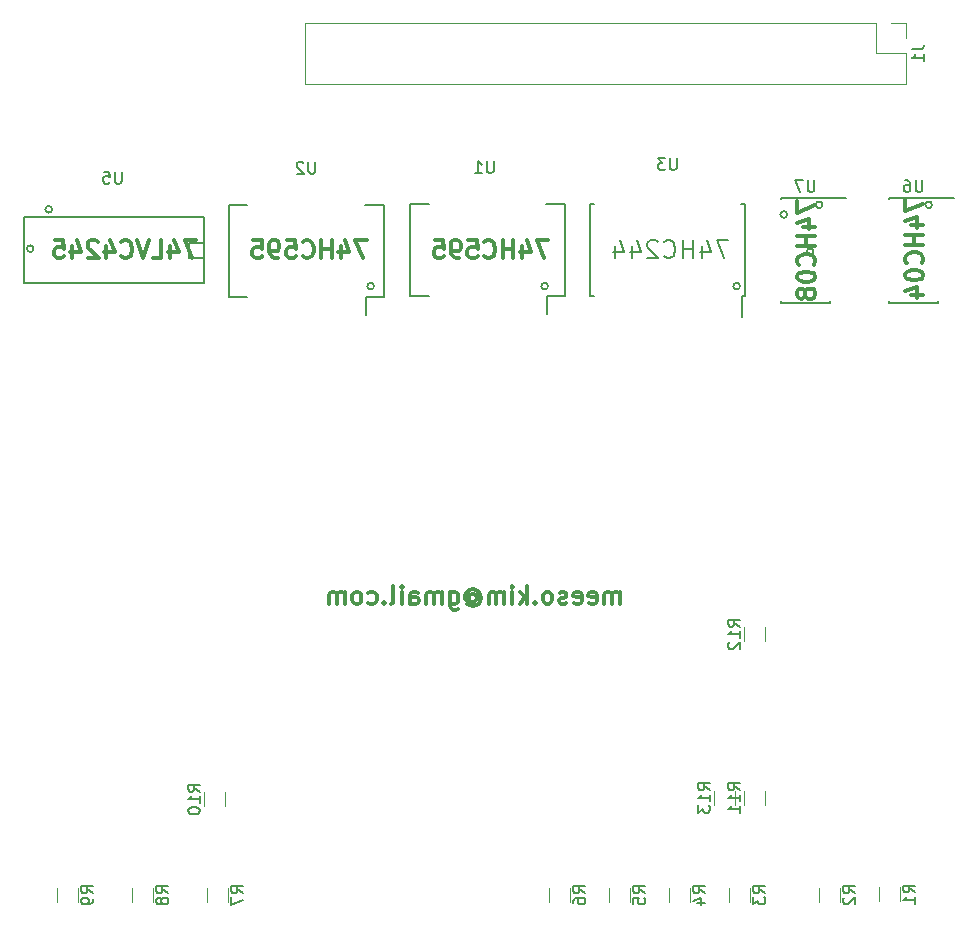
<source format=gbr>
G04 #@! TF.FileFunction,Legend,Bot*
%FSLAX46Y46*%
G04 Gerber Fmt 4.6, Leading zero omitted, Abs format (unit mm)*
G04 Created by KiCad (PCBNEW 4.0.7) date 05/09/18 01:25:06*
%MOMM*%
%LPD*%
G01*
G04 APERTURE LIST*
%ADD10C,0.100000*%
%ADD11C,0.300000*%
%ADD12C,0.200000*%
%ADD13C,0.370000*%
%ADD14C,0.120000*%
%ADD15C,0.150000*%
G04 APERTURE END LIST*
D10*
D11*
X161229856Y-72838571D02*
X160229856Y-72838571D01*
X160872713Y-74338571D01*
X159015571Y-73338571D02*
X159015571Y-74338571D01*
X159372714Y-72767143D02*
X159729857Y-73838571D01*
X158801285Y-73838571D01*
X158229857Y-74338571D02*
X158229857Y-72838571D01*
X158229857Y-73552857D02*
X157372714Y-73552857D01*
X157372714Y-74338571D02*
X157372714Y-72838571D01*
X155801285Y-74195714D02*
X155872714Y-74267143D01*
X156087000Y-74338571D01*
X156229857Y-74338571D01*
X156444142Y-74267143D01*
X156587000Y-74124286D01*
X156658428Y-73981429D01*
X156729857Y-73695714D01*
X156729857Y-73481429D01*
X156658428Y-73195714D01*
X156587000Y-73052857D01*
X156444142Y-72910000D01*
X156229857Y-72838571D01*
X156087000Y-72838571D01*
X155872714Y-72910000D01*
X155801285Y-72981429D01*
X154444142Y-72838571D02*
X155158428Y-72838571D01*
X155229857Y-73552857D01*
X155158428Y-73481429D01*
X155015571Y-73410000D01*
X154658428Y-73410000D01*
X154515571Y-73481429D01*
X154444142Y-73552857D01*
X154372714Y-73695714D01*
X154372714Y-74052857D01*
X154444142Y-74195714D01*
X154515571Y-74267143D01*
X154658428Y-74338571D01*
X155015571Y-74338571D01*
X155158428Y-74267143D01*
X155229857Y-74195714D01*
X153658429Y-74338571D02*
X153372714Y-74338571D01*
X153229857Y-74267143D01*
X153158429Y-74195714D01*
X153015571Y-73981429D01*
X152944143Y-73695714D01*
X152944143Y-73124286D01*
X153015571Y-72981429D01*
X153087000Y-72910000D01*
X153229857Y-72838571D01*
X153515571Y-72838571D01*
X153658429Y-72910000D01*
X153729857Y-72981429D01*
X153801286Y-73124286D01*
X153801286Y-73481429D01*
X153729857Y-73624286D01*
X153658429Y-73695714D01*
X153515571Y-73767143D01*
X153229857Y-73767143D01*
X153087000Y-73695714D01*
X153015571Y-73624286D01*
X152944143Y-73481429D01*
X151587000Y-72838571D02*
X152301286Y-72838571D01*
X152372715Y-73552857D01*
X152301286Y-73481429D01*
X152158429Y-73410000D01*
X151801286Y-73410000D01*
X151658429Y-73481429D01*
X151587000Y-73552857D01*
X151515572Y-73695714D01*
X151515572Y-74052857D01*
X151587000Y-74195714D01*
X151658429Y-74267143D01*
X151801286Y-74338571D01*
X152158429Y-74338571D01*
X152301286Y-74267143D01*
X152372715Y-74195714D01*
D12*
X209071981Y-69820020D02*
G75*
G03X209071981Y-69820020I-283981J0D01*
G01*
X199800981Y-69820020D02*
G75*
G03X199800981Y-69820020I-283981J0D01*
G01*
D11*
X206823571Y-69354430D02*
X206823571Y-70354430D01*
X208323571Y-69711573D01*
X207323571Y-71568715D02*
X208323571Y-71568715D01*
X206752143Y-71211572D02*
X207823571Y-70854429D01*
X207823571Y-71783001D01*
X208323571Y-72354429D02*
X206823571Y-72354429D01*
X207537857Y-72354429D02*
X207537857Y-73211572D01*
X208323571Y-73211572D02*
X206823571Y-73211572D01*
X208180714Y-74783001D02*
X208252143Y-74711572D01*
X208323571Y-74497286D01*
X208323571Y-74354429D01*
X208252143Y-74140144D01*
X208109286Y-73997286D01*
X207966429Y-73925858D01*
X207680714Y-73854429D01*
X207466429Y-73854429D01*
X207180714Y-73925858D01*
X207037857Y-73997286D01*
X206895000Y-74140144D01*
X206823571Y-74354429D01*
X206823571Y-74497286D01*
X206895000Y-74711572D01*
X206966429Y-74783001D01*
X206823571Y-75711572D02*
X206823571Y-75854429D01*
X206895000Y-75997286D01*
X206966429Y-76068715D01*
X207109286Y-76140144D01*
X207395000Y-76211572D01*
X207752143Y-76211572D01*
X208037857Y-76140144D01*
X208180714Y-76068715D01*
X208252143Y-75997286D01*
X208323571Y-75854429D01*
X208323571Y-75711572D01*
X208252143Y-75568715D01*
X208180714Y-75497286D01*
X208037857Y-75425858D01*
X207752143Y-75354429D01*
X207395000Y-75354429D01*
X207109286Y-75425858D01*
X206966429Y-75497286D01*
X206895000Y-75568715D01*
X206823571Y-75711572D01*
X207323571Y-77497286D02*
X208323571Y-77497286D01*
X206752143Y-77140143D02*
X207823571Y-76783000D01*
X207823571Y-77711572D01*
X197679571Y-69481430D02*
X197679571Y-70481430D01*
X199179571Y-69838573D01*
X198179571Y-71695715D02*
X199179571Y-71695715D01*
X197608143Y-71338572D02*
X198679571Y-70981429D01*
X198679571Y-71910001D01*
X199179571Y-72481429D02*
X197679571Y-72481429D01*
X198393857Y-72481429D02*
X198393857Y-73338572D01*
X199179571Y-73338572D02*
X197679571Y-73338572D01*
X199036714Y-74910001D02*
X199108143Y-74838572D01*
X199179571Y-74624286D01*
X199179571Y-74481429D01*
X199108143Y-74267144D01*
X198965286Y-74124286D01*
X198822429Y-74052858D01*
X198536714Y-73981429D01*
X198322429Y-73981429D01*
X198036714Y-74052858D01*
X197893857Y-74124286D01*
X197751000Y-74267144D01*
X197679571Y-74481429D01*
X197679571Y-74624286D01*
X197751000Y-74838572D01*
X197822429Y-74910001D01*
X197679571Y-75838572D02*
X197679571Y-75981429D01*
X197751000Y-76124286D01*
X197822429Y-76195715D01*
X197965286Y-76267144D01*
X198251000Y-76338572D01*
X198608143Y-76338572D01*
X198893857Y-76267144D01*
X199036714Y-76195715D01*
X199108143Y-76124286D01*
X199179571Y-75981429D01*
X199179571Y-75838572D01*
X199108143Y-75695715D01*
X199036714Y-75624286D01*
X198893857Y-75552858D01*
X198608143Y-75481429D01*
X198251000Y-75481429D01*
X197965286Y-75552858D01*
X197822429Y-75624286D01*
X197751000Y-75695715D01*
X197679571Y-75838572D01*
X198322429Y-77195715D02*
X198251000Y-77052857D01*
X198179571Y-76981429D01*
X198036714Y-76910000D01*
X197965286Y-76910000D01*
X197822429Y-76981429D01*
X197751000Y-77052857D01*
X197679571Y-77195715D01*
X197679571Y-77481429D01*
X197751000Y-77624286D01*
X197822429Y-77695715D01*
X197965286Y-77767143D01*
X198036714Y-77767143D01*
X198179571Y-77695715D01*
X198251000Y-77624286D01*
X198322429Y-77481429D01*
X198322429Y-77195715D01*
X198393857Y-77052857D01*
X198465286Y-76981429D01*
X198608143Y-76910000D01*
X198893857Y-76910000D01*
X199036714Y-76981429D01*
X199108143Y-77052857D01*
X199179571Y-77195715D01*
X199179571Y-77481429D01*
X199108143Y-77624286D01*
X199036714Y-77695715D01*
X198893857Y-77767143D01*
X198608143Y-77767143D01*
X198465286Y-77695715D01*
X198393857Y-77624286D01*
X198322429Y-77481429D01*
D12*
X134573781Y-70205600D02*
G75*
G03X134573781Y-70205600I-283981J0D01*
G01*
X161827981Y-76708000D02*
G75*
G03X161827981Y-76708000I-283981J0D01*
G01*
X176559981Y-76708000D02*
G75*
G03X176559981Y-76708000I-283981J0D01*
G01*
X196803781Y-70637400D02*
G75*
G03X196803781Y-70637400I-283981J0D01*
G01*
D11*
X182618114Y-103599371D02*
X182618114Y-102599371D01*
X182618114Y-102742229D02*
X182546686Y-102670800D01*
X182403828Y-102599371D01*
X182189543Y-102599371D01*
X182046686Y-102670800D01*
X181975257Y-102813657D01*
X181975257Y-103599371D01*
X181975257Y-102813657D02*
X181903828Y-102670800D01*
X181760971Y-102599371D01*
X181546686Y-102599371D01*
X181403828Y-102670800D01*
X181332400Y-102813657D01*
X181332400Y-103599371D01*
X180046686Y-103527943D02*
X180189543Y-103599371D01*
X180475257Y-103599371D01*
X180618114Y-103527943D01*
X180689543Y-103385086D01*
X180689543Y-102813657D01*
X180618114Y-102670800D01*
X180475257Y-102599371D01*
X180189543Y-102599371D01*
X180046686Y-102670800D01*
X179975257Y-102813657D01*
X179975257Y-102956514D01*
X180689543Y-103099371D01*
X178760972Y-103527943D02*
X178903829Y-103599371D01*
X179189543Y-103599371D01*
X179332400Y-103527943D01*
X179403829Y-103385086D01*
X179403829Y-102813657D01*
X179332400Y-102670800D01*
X179189543Y-102599371D01*
X178903829Y-102599371D01*
X178760972Y-102670800D01*
X178689543Y-102813657D01*
X178689543Y-102956514D01*
X179403829Y-103099371D01*
X178118115Y-103527943D02*
X177975258Y-103599371D01*
X177689543Y-103599371D01*
X177546686Y-103527943D01*
X177475258Y-103385086D01*
X177475258Y-103313657D01*
X177546686Y-103170800D01*
X177689543Y-103099371D01*
X177903829Y-103099371D01*
X178046686Y-103027943D01*
X178118115Y-102885086D01*
X178118115Y-102813657D01*
X178046686Y-102670800D01*
X177903829Y-102599371D01*
X177689543Y-102599371D01*
X177546686Y-102670800D01*
X176618114Y-103599371D02*
X176760972Y-103527943D01*
X176832400Y-103456514D01*
X176903829Y-103313657D01*
X176903829Y-102885086D01*
X176832400Y-102742229D01*
X176760972Y-102670800D01*
X176618114Y-102599371D01*
X176403829Y-102599371D01*
X176260972Y-102670800D01*
X176189543Y-102742229D01*
X176118114Y-102885086D01*
X176118114Y-103313657D01*
X176189543Y-103456514D01*
X176260972Y-103527943D01*
X176403829Y-103599371D01*
X176618114Y-103599371D01*
X175475257Y-103456514D02*
X175403829Y-103527943D01*
X175475257Y-103599371D01*
X175546686Y-103527943D01*
X175475257Y-103456514D01*
X175475257Y-103599371D01*
X174760971Y-103599371D02*
X174760971Y-102099371D01*
X174618114Y-103027943D02*
X174189543Y-103599371D01*
X174189543Y-102599371D02*
X174760971Y-103170800D01*
X173546685Y-103599371D02*
X173546685Y-102599371D01*
X173546685Y-102099371D02*
X173618114Y-102170800D01*
X173546685Y-102242229D01*
X173475257Y-102170800D01*
X173546685Y-102099371D01*
X173546685Y-102242229D01*
X172832399Y-103599371D02*
X172832399Y-102599371D01*
X172832399Y-102742229D02*
X172760971Y-102670800D01*
X172618113Y-102599371D01*
X172403828Y-102599371D01*
X172260971Y-102670800D01*
X172189542Y-102813657D01*
X172189542Y-103599371D01*
X172189542Y-102813657D02*
X172118113Y-102670800D01*
X171975256Y-102599371D01*
X171760971Y-102599371D01*
X171618113Y-102670800D01*
X171546685Y-102813657D01*
X171546685Y-103599371D01*
X169903828Y-102885086D02*
X169975256Y-102813657D01*
X170118113Y-102742229D01*
X170260971Y-102742229D01*
X170403828Y-102813657D01*
X170475256Y-102885086D01*
X170546685Y-103027943D01*
X170546685Y-103170800D01*
X170475256Y-103313657D01*
X170403828Y-103385086D01*
X170260971Y-103456514D01*
X170118113Y-103456514D01*
X169975256Y-103385086D01*
X169903828Y-103313657D01*
X169903828Y-102742229D02*
X169903828Y-103313657D01*
X169832399Y-103385086D01*
X169760971Y-103385086D01*
X169618113Y-103313657D01*
X169546685Y-103170800D01*
X169546685Y-102813657D01*
X169689542Y-102599371D01*
X169903828Y-102456514D01*
X170189542Y-102385086D01*
X170475256Y-102456514D01*
X170689542Y-102599371D01*
X170832399Y-102813657D01*
X170903828Y-103099371D01*
X170832399Y-103385086D01*
X170689542Y-103599371D01*
X170475256Y-103742229D01*
X170189542Y-103813657D01*
X169903828Y-103742229D01*
X169689542Y-103599371D01*
X168260971Y-102599371D02*
X168260971Y-103813657D01*
X168332400Y-103956514D01*
X168403828Y-104027943D01*
X168546685Y-104099371D01*
X168760971Y-104099371D01*
X168903828Y-104027943D01*
X168260971Y-103527943D02*
X168403828Y-103599371D01*
X168689542Y-103599371D01*
X168832400Y-103527943D01*
X168903828Y-103456514D01*
X168975257Y-103313657D01*
X168975257Y-102885086D01*
X168903828Y-102742229D01*
X168832400Y-102670800D01*
X168689542Y-102599371D01*
X168403828Y-102599371D01*
X168260971Y-102670800D01*
X167546685Y-103599371D02*
X167546685Y-102599371D01*
X167546685Y-102742229D02*
X167475257Y-102670800D01*
X167332399Y-102599371D01*
X167118114Y-102599371D01*
X166975257Y-102670800D01*
X166903828Y-102813657D01*
X166903828Y-103599371D01*
X166903828Y-102813657D02*
X166832399Y-102670800D01*
X166689542Y-102599371D01*
X166475257Y-102599371D01*
X166332399Y-102670800D01*
X166260971Y-102813657D01*
X166260971Y-103599371D01*
X164903828Y-103599371D02*
X164903828Y-102813657D01*
X164975257Y-102670800D01*
X165118114Y-102599371D01*
X165403828Y-102599371D01*
X165546685Y-102670800D01*
X164903828Y-103527943D02*
X165046685Y-103599371D01*
X165403828Y-103599371D01*
X165546685Y-103527943D01*
X165618114Y-103385086D01*
X165618114Y-103242229D01*
X165546685Y-103099371D01*
X165403828Y-103027943D01*
X165046685Y-103027943D01*
X164903828Y-102956514D01*
X164189542Y-103599371D02*
X164189542Y-102599371D01*
X164189542Y-102099371D02*
X164260971Y-102170800D01*
X164189542Y-102242229D01*
X164118114Y-102170800D01*
X164189542Y-102099371D01*
X164189542Y-102242229D01*
X163260970Y-103599371D02*
X163403828Y-103527943D01*
X163475256Y-103385086D01*
X163475256Y-102099371D01*
X162689542Y-103456514D02*
X162618114Y-103527943D01*
X162689542Y-103599371D01*
X162760971Y-103527943D01*
X162689542Y-103456514D01*
X162689542Y-103599371D01*
X161332399Y-103527943D02*
X161475256Y-103599371D01*
X161760970Y-103599371D01*
X161903828Y-103527943D01*
X161975256Y-103456514D01*
X162046685Y-103313657D01*
X162046685Y-102885086D01*
X161975256Y-102742229D01*
X161903828Y-102670800D01*
X161760970Y-102599371D01*
X161475256Y-102599371D01*
X161332399Y-102670800D01*
X160475256Y-103599371D02*
X160618114Y-103527943D01*
X160689542Y-103456514D01*
X160760971Y-103313657D01*
X160760971Y-102885086D01*
X160689542Y-102742229D01*
X160618114Y-102670800D01*
X160475256Y-102599371D01*
X160260971Y-102599371D01*
X160118114Y-102670800D01*
X160046685Y-102742229D01*
X159975256Y-102885086D01*
X159975256Y-103313657D01*
X160046685Y-103456514D01*
X160118114Y-103527943D01*
X160260971Y-103599371D01*
X160475256Y-103599371D01*
X159332399Y-103599371D02*
X159332399Y-102599371D01*
X159332399Y-102742229D02*
X159260971Y-102670800D01*
X159118113Y-102599371D01*
X158903828Y-102599371D01*
X158760971Y-102670800D01*
X158689542Y-102813657D01*
X158689542Y-103599371D01*
X158689542Y-102813657D02*
X158618113Y-102670800D01*
X158475256Y-102599371D01*
X158260971Y-102599371D01*
X158118113Y-102670800D01*
X158046685Y-102813657D01*
X158046685Y-103599371D01*
D12*
X199038981Y-73787000D02*
G75*
G03X199038981Y-73787000I-283981J0D01*
G01*
X192815981Y-76708000D02*
G75*
G03X192815981Y-76708000I-283981J0D01*
G01*
D11*
X176596856Y-72838571D02*
X175596856Y-72838571D01*
X176239713Y-74338571D01*
X174382571Y-73338571D02*
X174382571Y-74338571D01*
X174739714Y-72767143D02*
X175096857Y-73838571D01*
X174168285Y-73838571D01*
X173596857Y-74338571D02*
X173596857Y-72838571D01*
X173596857Y-73552857D02*
X172739714Y-73552857D01*
X172739714Y-74338571D02*
X172739714Y-72838571D01*
X171168285Y-74195714D02*
X171239714Y-74267143D01*
X171454000Y-74338571D01*
X171596857Y-74338571D01*
X171811142Y-74267143D01*
X171954000Y-74124286D01*
X172025428Y-73981429D01*
X172096857Y-73695714D01*
X172096857Y-73481429D01*
X172025428Y-73195714D01*
X171954000Y-73052857D01*
X171811142Y-72910000D01*
X171596857Y-72838571D01*
X171454000Y-72838571D01*
X171239714Y-72910000D01*
X171168285Y-72981429D01*
X169811142Y-72838571D02*
X170525428Y-72838571D01*
X170596857Y-73552857D01*
X170525428Y-73481429D01*
X170382571Y-73410000D01*
X170025428Y-73410000D01*
X169882571Y-73481429D01*
X169811142Y-73552857D01*
X169739714Y-73695714D01*
X169739714Y-74052857D01*
X169811142Y-74195714D01*
X169882571Y-74267143D01*
X170025428Y-74338571D01*
X170382571Y-74338571D01*
X170525428Y-74267143D01*
X170596857Y-74195714D01*
X169025429Y-74338571D02*
X168739714Y-74338571D01*
X168596857Y-74267143D01*
X168525429Y-74195714D01*
X168382571Y-73981429D01*
X168311143Y-73695714D01*
X168311143Y-73124286D01*
X168382571Y-72981429D01*
X168454000Y-72910000D01*
X168596857Y-72838571D01*
X168882571Y-72838571D01*
X169025429Y-72910000D01*
X169096857Y-72981429D01*
X169168286Y-73124286D01*
X169168286Y-73481429D01*
X169096857Y-73624286D01*
X169025429Y-73695714D01*
X168882571Y-73767143D01*
X168596857Y-73767143D01*
X168454000Y-73695714D01*
X168382571Y-73624286D01*
X168311143Y-73481429D01*
X166954000Y-72838571D02*
X167668286Y-72838571D01*
X167739715Y-73552857D01*
X167668286Y-73481429D01*
X167525429Y-73410000D01*
X167168286Y-73410000D01*
X167025429Y-73481429D01*
X166954000Y-73552857D01*
X166882572Y-73695714D01*
X166882572Y-74052857D01*
X166954000Y-74195714D01*
X167025429Y-74267143D01*
X167168286Y-74338571D01*
X167525429Y-74338571D01*
X167668286Y-74267143D01*
X167739715Y-74195714D01*
D13*
X146787427Y-72838571D02*
X145787427Y-72838571D01*
X146430284Y-74338571D01*
X144573142Y-73338571D02*
X144573142Y-74338571D01*
X144930285Y-72767143D02*
X145287428Y-73838571D01*
X144358856Y-73838571D01*
X143073142Y-74338571D02*
X143787428Y-74338571D01*
X143787428Y-72838571D01*
X142787428Y-72838571D02*
X142287428Y-74338571D01*
X141787428Y-72838571D01*
X140430285Y-74195714D02*
X140501714Y-74267143D01*
X140716000Y-74338571D01*
X140858857Y-74338571D01*
X141073142Y-74267143D01*
X141216000Y-74124286D01*
X141287428Y-73981429D01*
X141358857Y-73695714D01*
X141358857Y-73481429D01*
X141287428Y-73195714D01*
X141216000Y-73052857D01*
X141073142Y-72910000D01*
X140858857Y-72838571D01*
X140716000Y-72838571D01*
X140501714Y-72910000D01*
X140430285Y-72981429D01*
X139144571Y-73338571D02*
X139144571Y-74338571D01*
X139501714Y-72767143D02*
X139858857Y-73838571D01*
X138930285Y-73838571D01*
X138430286Y-72981429D02*
X138358857Y-72910000D01*
X138216000Y-72838571D01*
X137858857Y-72838571D01*
X137716000Y-72910000D01*
X137644571Y-72981429D01*
X137573143Y-73124286D01*
X137573143Y-73267143D01*
X137644571Y-73481429D01*
X138501714Y-74338571D01*
X137573143Y-74338571D01*
X136287429Y-73338571D02*
X136287429Y-74338571D01*
X136644572Y-72767143D02*
X137001715Y-73838571D01*
X136073143Y-73838571D01*
X134787429Y-72838571D02*
X135501715Y-72838571D01*
X135573144Y-73552857D01*
X135501715Y-73481429D01*
X135358858Y-73410000D01*
X135001715Y-73410000D01*
X134858858Y-73481429D01*
X134787429Y-73552857D01*
X134716001Y-73695714D01*
X134716001Y-74052857D01*
X134787429Y-74195714D01*
X134858858Y-74267143D01*
X135001715Y-74338571D01*
X135358858Y-74338571D01*
X135501715Y-74267143D01*
X135573144Y-74195714D01*
D12*
X191836856Y-72838571D02*
X190836856Y-72838571D01*
X191479713Y-74338571D01*
X189622571Y-73338571D02*
X189622571Y-74338571D01*
X189979714Y-72767143D02*
X190336857Y-73838571D01*
X189408285Y-73838571D01*
X188836857Y-74338571D02*
X188836857Y-72838571D01*
X188836857Y-73552857D02*
X187979714Y-73552857D01*
X187979714Y-74338571D02*
X187979714Y-72838571D01*
X186408285Y-74195714D02*
X186479714Y-74267143D01*
X186694000Y-74338571D01*
X186836857Y-74338571D01*
X187051142Y-74267143D01*
X187194000Y-74124286D01*
X187265428Y-73981429D01*
X187336857Y-73695714D01*
X187336857Y-73481429D01*
X187265428Y-73195714D01*
X187194000Y-73052857D01*
X187051142Y-72910000D01*
X186836857Y-72838571D01*
X186694000Y-72838571D01*
X186479714Y-72910000D01*
X186408285Y-72981429D01*
X185836857Y-72981429D02*
X185765428Y-72910000D01*
X185622571Y-72838571D01*
X185265428Y-72838571D01*
X185122571Y-72910000D01*
X185051142Y-72981429D01*
X184979714Y-73124286D01*
X184979714Y-73267143D01*
X185051142Y-73481429D01*
X185908285Y-74338571D01*
X184979714Y-74338571D01*
X183694000Y-73338571D02*
X183694000Y-74338571D01*
X184051143Y-72767143D02*
X184408286Y-73838571D01*
X183479714Y-73838571D01*
X182265429Y-73338571D02*
X182265429Y-74338571D01*
X182622572Y-72767143D02*
X182979715Y-73838571D01*
X182051143Y-73838571D01*
X132998981Y-73533000D02*
G75*
G03X132998981Y-73533000I-283981J0D01*
G01*
D14*
X204606000Y-127590000D02*
X204606000Y-128790000D01*
X206366000Y-128790000D02*
X206366000Y-127590000D01*
X199526000Y-127670000D02*
X199526000Y-128870000D01*
X201286000Y-128870000D02*
X201286000Y-127670000D01*
X191906000Y-127670000D02*
X191906000Y-128870000D01*
X193666000Y-128870000D02*
X193666000Y-127670000D01*
X186826000Y-127670000D02*
X186826000Y-128870000D01*
X188586000Y-128870000D02*
X188586000Y-127670000D01*
X181746000Y-127670000D02*
X181746000Y-128870000D01*
X183506000Y-128870000D02*
X183506000Y-127670000D01*
X176666000Y-127670000D02*
X176666000Y-128870000D01*
X178426000Y-128870000D02*
X178426000Y-127670000D01*
X147710000Y-127670000D02*
X147710000Y-128870000D01*
X149470000Y-128870000D02*
X149470000Y-127670000D01*
X141360000Y-127670000D02*
X141360000Y-128870000D01*
X143120000Y-128870000D02*
X143120000Y-127670000D01*
X135010000Y-127670000D02*
X135010000Y-128870000D01*
X136770000Y-128870000D02*
X136770000Y-127670000D01*
X204302000Y-54397600D02*
X155982000Y-54397600D01*
X155982000Y-54397600D02*
X155982000Y-59597600D01*
X155982000Y-59597600D02*
X206902000Y-59597600D01*
X206902000Y-59597600D02*
X206902000Y-56997600D01*
X206902000Y-56997600D02*
X204302000Y-56997600D01*
X204302000Y-56997600D02*
X204302000Y-54397600D01*
X205572000Y-54397600D02*
X206902000Y-54397600D01*
X206902000Y-54397600D02*
X206902000Y-55667600D01*
X149216000Y-120742000D02*
X149216000Y-119542000D01*
X147456000Y-119542000D02*
X147456000Y-120742000D01*
X194936000Y-120615000D02*
X194936000Y-119415000D01*
X193176000Y-119415000D02*
X193176000Y-120615000D01*
X194936000Y-106772000D02*
X194936000Y-105572000D01*
X193176000Y-105572000D02*
X193176000Y-106772000D01*
X192396000Y-120615000D02*
X192396000Y-119415000D01*
X190636000Y-119415000D02*
X190636000Y-120615000D01*
D15*
X132207000Y-70866000D02*
X132207000Y-76454000D01*
X147447000Y-70866000D02*
X147447000Y-76454000D01*
X132207000Y-70866000D02*
X147447000Y-70866000D01*
X147447000Y-73025000D02*
X146177000Y-73025000D01*
X146177000Y-73025000D02*
X146177000Y-74295000D01*
X146177000Y-74295000D02*
X147447000Y-74295000D01*
X147447000Y-76454000D02*
X132207000Y-76454000D01*
X209560000Y-69210000D02*
X209560000Y-69235000D01*
X205410000Y-69210000D02*
X205410000Y-69325000D01*
X205410000Y-78110000D02*
X205410000Y-77995000D01*
X209560000Y-78110000D02*
X209560000Y-77995000D01*
X209560000Y-69210000D02*
X205410000Y-69210000D01*
X209560000Y-78110000D02*
X205410000Y-78110000D01*
X209560000Y-69235000D02*
X210935000Y-69235000D01*
X200416000Y-69210000D02*
X200416000Y-69235000D01*
X196266000Y-69210000D02*
X196266000Y-69325000D01*
X196266000Y-78110000D02*
X196266000Y-77995000D01*
X200416000Y-78110000D02*
X200416000Y-77995000D01*
X200416000Y-69210000D02*
X196266000Y-69210000D01*
X200416000Y-78110000D02*
X196266000Y-78110000D01*
X200416000Y-69235000D02*
X201791000Y-69235000D01*
X178025000Y-77535000D02*
X176500000Y-77535000D01*
X178025000Y-69785000D02*
X176420000Y-69785000D01*
X164875000Y-69785000D02*
X166480000Y-69785000D01*
X164875000Y-77535000D02*
X166480000Y-77535000D01*
X178025000Y-77535000D02*
X178025000Y-69785000D01*
X164875000Y-77535000D02*
X164875000Y-69785000D01*
X176500000Y-77535000D02*
X176500000Y-79060000D01*
X162658000Y-77584000D02*
X161133000Y-77584000D01*
X162658000Y-69834000D02*
X161053000Y-69834000D01*
X149508000Y-69834000D02*
X151113000Y-69834000D01*
X149508000Y-77584000D02*
X151113000Y-77584000D01*
X162658000Y-77584000D02*
X162658000Y-69834000D01*
X149508000Y-77584000D02*
X149508000Y-69834000D01*
X161133000Y-77584000D02*
X161133000Y-79109000D01*
X193265000Y-77535000D02*
X193015000Y-77535000D01*
X193265000Y-69785000D02*
X192930000Y-69785000D01*
X180115000Y-69785000D02*
X180450000Y-69785000D01*
X180115000Y-77535000D02*
X180450000Y-77535000D01*
X193265000Y-77535000D02*
X193265000Y-69785000D01*
X180115000Y-77535000D02*
X180115000Y-69785000D01*
X193015000Y-77535000D02*
X193015000Y-79335000D01*
X207638381Y-128023334D02*
X207162190Y-127690000D01*
X207638381Y-127451905D02*
X206638381Y-127451905D01*
X206638381Y-127832858D01*
X206686000Y-127928096D01*
X206733619Y-127975715D01*
X206828857Y-128023334D01*
X206971714Y-128023334D01*
X207066952Y-127975715D01*
X207114571Y-127928096D01*
X207162190Y-127832858D01*
X207162190Y-127451905D01*
X207638381Y-128975715D02*
X207638381Y-128404286D01*
X207638381Y-128690000D02*
X206638381Y-128690000D01*
X206781238Y-128594762D01*
X206876476Y-128499524D01*
X206924095Y-128404286D01*
X202558381Y-128103334D02*
X202082190Y-127770000D01*
X202558381Y-127531905D02*
X201558381Y-127531905D01*
X201558381Y-127912858D01*
X201606000Y-128008096D01*
X201653619Y-128055715D01*
X201748857Y-128103334D01*
X201891714Y-128103334D01*
X201986952Y-128055715D01*
X202034571Y-128008096D01*
X202082190Y-127912858D01*
X202082190Y-127531905D01*
X201653619Y-128484286D02*
X201606000Y-128531905D01*
X201558381Y-128627143D01*
X201558381Y-128865239D01*
X201606000Y-128960477D01*
X201653619Y-129008096D01*
X201748857Y-129055715D01*
X201844095Y-129055715D01*
X201986952Y-129008096D01*
X202558381Y-128436667D01*
X202558381Y-129055715D01*
X194938381Y-128103334D02*
X194462190Y-127770000D01*
X194938381Y-127531905D02*
X193938381Y-127531905D01*
X193938381Y-127912858D01*
X193986000Y-128008096D01*
X194033619Y-128055715D01*
X194128857Y-128103334D01*
X194271714Y-128103334D01*
X194366952Y-128055715D01*
X194414571Y-128008096D01*
X194462190Y-127912858D01*
X194462190Y-127531905D01*
X193938381Y-128436667D02*
X193938381Y-129055715D01*
X194319333Y-128722381D01*
X194319333Y-128865239D01*
X194366952Y-128960477D01*
X194414571Y-129008096D01*
X194509810Y-129055715D01*
X194747905Y-129055715D01*
X194843143Y-129008096D01*
X194890762Y-128960477D01*
X194938381Y-128865239D01*
X194938381Y-128579524D01*
X194890762Y-128484286D01*
X194843143Y-128436667D01*
X189858381Y-128103334D02*
X189382190Y-127770000D01*
X189858381Y-127531905D02*
X188858381Y-127531905D01*
X188858381Y-127912858D01*
X188906000Y-128008096D01*
X188953619Y-128055715D01*
X189048857Y-128103334D01*
X189191714Y-128103334D01*
X189286952Y-128055715D01*
X189334571Y-128008096D01*
X189382190Y-127912858D01*
X189382190Y-127531905D01*
X189191714Y-128960477D02*
X189858381Y-128960477D01*
X188810762Y-128722381D02*
X189525048Y-128484286D01*
X189525048Y-129103334D01*
X184778381Y-128103334D02*
X184302190Y-127770000D01*
X184778381Y-127531905D02*
X183778381Y-127531905D01*
X183778381Y-127912858D01*
X183826000Y-128008096D01*
X183873619Y-128055715D01*
X183968857Y-128103334D01*
X184111714Y-128103334D01*
X184206952Y-128055715D01*
X184254571Y-128008096D01*
X184302190Y-127912858D01*
X184302190Y-127531905D01*
X183778381Y-129008096D02*
X183778381Y-128531905D01*
X184254571Y-128484286D01*
X184206952Y-128531905D01*
X184159333Y-128627143D01*
X184159333Y-128865239D01*
X184206952Y-128960477D01*
X184254571Y-129008096D01*
X184349810Y-129055715D01*
X184587905Y-129055715D01*
X184683143Y-129008096D01*
X184730762Y-128960477D01*
X184778381Y-128865239D01*
X184778381Y-128627143D01*
X184730762Y-128531905D01*
X184683143Y-128484286D01*
X179698381Y-128103334D02*
X179222190Y-127770000D01*
X179698381Y-127531905D02*
X178698381Y-127531905D01*
X178698381Y-127912858D01*
X178746000Y-128008096D01*
X178793619Y-128055715D01*
X178888857Y-128103334D01*
X179031714Y-128103334D01*
X179126952Y-128055715D01*
X179174571Y-128008096D01*
X179222190Y-127912858D01*
X179222190Y-127531905D01*
X178698381Y-128960477D02*
X178698381Y-128770000D01*
X178746000Y-128674762D01*
X178793619Y-128627143D01*
X178936476Y-128531905D01*
X179126952Y-128484286D01*
X179507905Y-128484286D01*
X179603143Y-128531905D01*
X179650762Y-128579524D01*
X179698381Y-128674762D01*
X179698381Y-128865239D01*
X179650762Y-128960477D01*
X179603143Y-129008096D01*
X179507905Y-129055715D01*
X179269810Y-129055715D01*
X179174571Y-129008096D01*
X179126952Y-128960477D01*
X179079333Y-128865239D01*
X179079333Y-128674762D01*
X179126952Y-128579524D01*
X179174571Y-128531905D01*
X179269810Y-128484286D01*
X150742381Y-128103334D02*
X150266190Y-127770000D01*
X150742381Y-127531905D02*
X149742381Y-127531905D01*
X149742381Y-127912858D01*
X149790000Y-128008096D01*
X149837619Y-128055715D01*
X149932857Y-128103334D01*
X150075714Y-128103334D01*
X150170952Y-128055715D01*
X150218571Y-128008096D01*
X150266190Y-127912858D01*
X150266190Y-127531905D01*
X149742381Y-128436667D02*
X149742381Y-129103334D01*
X150742381Y-128674762D01*
X144392381Y-128103334D02*
X143916190Y-127770000D01*
X144392381Y-127531905D02*
X143392381Y-127531905D01*
X143392381Y-127912858D01*
X143440000Y-128008096D01*
X143487619Y-128055715D01*
X143582857Y-128103334D01*
X143725714Y-128103334D01*
X143820952Y-128055715D01*
X143868571Y-128008096D01*
X143916190Y-127912858D01*
X143916190Y-127531905D01*
X143820952Y-128674762D02*
X143773333Y-128579524D01*
X143725714Y-128531905D01*
X143630476Y-128484286D01*
X143582857Y-128484286D01*
X143487619Y-128531905D01*
X143440000Y-128579524D01*
X143392381Y-128674762D01*
X143392381Y-128865239D01*
X143440000Y-128960477D01*
X143487619Y-129008096D01*
X143582857Y-129055715D01*
X143630476Y-129055715D01*
X143725714Y-129008096D01*
X143773333Y-128960477D01*
X143820952Y-128865239D01*
X143820952Y-128674762D01*
X143868571Y-128579524D01*
X143916190Y-128531905D01*
X144011429Y-128484286D01*
X144201905Y-128484286D01*
X144297143Y-128531905D01*
X144344762Y-128579524D01*
X144392381Y-128674762D01*
X144392381Y-128865239D01*
X144344762Y-128960477D01*
X144297143Y-129008096D01*
X144201905Y-129055715D01*
X144011429Y-129055715D01*
X143916190Y-129008096D01*
X143868571Y-128960477D01*
X143820952Y-128865239D01*
X138042381Y-128103334D02*
X137566190Y-127770000D01*
X138042381Y-127531905D02*
X137042381Y-127531905D01*
X137042381Y-127912858D01*
X137090000Y-128008096D01*
X137137619Y-128055715D01*
X137232857Y-128103334D01*
X137375714Y-128103334D01*
X137470952Y-128055715D01*
X137518571Y-128008096D01*
X137566190Y-127912858D01*
X137566190Y-127531905D01*
X138042381Y-128579524D02*
X138042381Y-128770000D01*
X137994762Y-128865239D01*
X137947143Y-128912858D01*
X137804286Y-129008096D01*
X137613810Y-129055715D01*
X137232857Y-129055715D01*
X137137619Y-129008096D01*
X137090000Y-128960477D01*
X137042381Y-128865239D01*
X137042381Y-128674762D01*
X137090000Y-128579524D01*
X137137619Y-128531905D01*
X137232857Y-128484286D01*
X137470952Y-128484286D01*
X137566190Y-128531905D01*
X137613810Y-128579524D01*
X137661429Y-128674762D01*
X137661429Y-128865239D01*
X137613810Y-128960477D01*
X137566190Y-129008096D01*
X137470952Y-129055715D01*
X207354381Y-56664267D02*
X208068667Y-56664267D01*
X208211524Y-56616647D01*
X208306762Y-56521409D01*
X208354381Y-56378552D01*
X208354381Y-56283314D01*
X208354381Y-57664267D02*
X208354381Y-57092838D01*
X208354381Y-57378552D02*
X207354381Y-57378552D01*
X207497238Y-57283314D01*
X207592476Y-57188076D01*
X207640095Y-57092838D01*
X147088381Y-119499143D02*
X146612190Y-119165809D01*
X147088381Y-118927714D02*
X146088381Y-118927714D01*
X146088381Y-119308667D01*
X146136000Y-119403905D01*
X146183619Y-119451524D01*
X146278857Y-119499143D01*
X146421714Y-119499143D01*
X146516952Y-119451524D01*
X146564571Y-119403905D01*
X146612190Y-119308667D01*
X146612190Y-118927714D01*
X147088381Y-120451524D02*
X147088381Y-119880095D01*
X147088381Y-120165809D02*
X146088381Y-120165809D01*
X146231238Y-120070571D01*
X146326476Y-119975333D01*
X146374095Y-119880095D01*
X146088381Y-121070571D02*
X146088381Y-121165810D01*
X146136000Y-121261048D01*
X146183619Y-121308667D01*
X146278857Y-121356286D01*
X146469333Y-121403905D01*
X146707429Y-121403905D01*
X146897905Y-121356286D01*
X146993143Y-121308667D01*
X147040762Y-121261048D01*
X147088381Y-121165810D01*
X147088381Y-121070571D01*
X147040762Y-120975333D01*
X146993143Y-120927714D01*
X146897905Y-120880095D01*
X146707429Y-120832476D01*
X146469333Y-120832476D01*
X146278857Y-120880095D01*
X146183619Y-120927714D01*
X146136000Y-120975333D01*
X146088381Y-121070571D01*
X192808381Y-119372143D02*
X192332190Y-119038809D01*
X192808381Y-118800714D02*
X191808381Y-118800714D01*
X191808381Y-119181667D01*
X191856000Y-119276905D01*
X191903619Y-119324524D01*
X191998857Y-119372143D01*
X192141714Y-119372143D01*
X192236952Y-119324524D01*
X192284571Y-119276905D01*
X192332190Y-119181667D01*
X192332190Y-118800714D01*
X192808381Y-120324524D02*
X192808381Y-119753095D01*
X192808381Y-120038809D02*
X191808381Y-120038809D01*
X191951238Y-119943571D01*
X192046476Y-119848333D01*
X192094095Y-119753095D01*
X192808381Y-121276905D02*
X192808381Y-120705476D01*
X192808381Y-120991190D02*
X191808381Y-120991190D01*
X191951238Y-120895952D01*
X192046476Y-120800714D01*
X192094095Y-120705476D01*
X192808381Y-105529143D02*
X192332190Y-105195809D01*
X192808381Y-104957714D02*
X191808381Y-104957714D01*
X191808381Y-105338667D01*
X191856000Y-105433905D01*
X191903619Y-105481524D01*
X191998857Y-105529143D01*
X192141714Y-105529143D01*
X192236952Y-105481524D01*
X192284571Y-105433905D01*
X192332190Y-105338667D01*
X192332190Y-104957714D01*
X192808381Y-106481524D02*
X192808381Y-105910095D01*
X192808381Y-106195809D02*
X191808381Y-106195809D01*
X191951238Y-106100571D01*
X192046476Y-106005333D01*
X192094095Y-105910095D01*
X191903619Y-106862476D02*
X191856000Y-106910095D01*
X191808381Y-107005333D01*
X191808381Y-107243429D01*
X191856000Y-107338667D01*
X191903619Y-107386286D01*
X191998857Y-107433905D01*
X192094095Y-107433905D01*
X192236952Y-107386286D01*
X192808381Y-106814857D01*
X192808381Y-107433905D01*
X190268381Y-119372143D02*
X189792190Y-119038809D01*
X190268381Y-118800714D02*
X189268381Y-118800714D01*
X189268381Y-119181667D01*
X189316000Y-119276905D01*
X189363619Y-119324524D01*
X189458857Y-119372143D01*
X189601714Y-119372143D01*
X189696952Y-119324524D01*
X189744571Y-119276905D01*
X189792190Y-119181667D01*
X189792190Y-118800714D01*
X190268381Y-120324524D02*
X190268381Y-119753095D01*
X190268381Y-120038809D02*
X189268381Y-120038809D01*
X189411238Y-119943571D01*
X189506476Y-119848333D01*
X189554095Y-119753095D01*
X189268381Y-120657857D02*
X189268381Y-121276905D01*
X189649333Y-120943571D01*
X189649333Y-121086429D01*
X189696952Y-121181667D01*
X189744571Y-121229286D01*
X189839810Y-121276905D01*
X190077905Y-121276905D01*
X190173143Y-121229286D01*
X190220762Y-121181667D01*
X190268381Y-121086429D01*
X190268381Y-120800714D01*
X190220762Y-120705476D01*
X190173143Y-120657857D01*
X140461905Y-67016381D02*
X140461905Y-67825905D01*
X140414286Y-67921143D01*
X140366667Y-67968762D01*
X140271429Y-68016381D01*
X140080952Y-68016381D01*
X139985714Y-67968762D01*
X139938095Y-67921143D01*
X139890476Y-67825905D01*
X139890476Y-67016381D01*
X138938095Y-67016381D02*
X139414286Y-67016381D01*
X139461905Y-67492571D01*
X139414286Y-67444952D01*
X139319048Y-67397333D01*
X139080952Y-67397333D01*
X138985714Y-67444952D01*
X138938095Y-67492571D01*
X138890476Y-67587810D01*
X138890476Y-67825905D01*
X138938095Y-67921143D01*
X138985714Y-67968762D01*
X139080952Y-68016381D01*
X139319048Y-68016381D01*
X139414286Y-67968762D01*
X139461905Y-67921143D01*
X208246905Y-67737381D02*
X208246905Y-68546905D01*
X208199286Y-68642143D01*
X208151667Y-68689762D01*
X208056429Y-68737381D01*
X207865952Y-68737381D01*
X207770714Y-68689762D01*
X207723095Y-68642143D01*
X207675476Y-68546905D01*
X207675476Y-67737381D01*
X206770714Y-67737381D02*
X206961191Y-67737381D01*
X207056429Y-67785000D01*
X207104048Y-67832619D01*
X207199286Y-67975476D01*
X207246905Y-68165952D01*
X207246905Y-68546905D01*
X207199286Y-68642143D01*
X207151667Y-68689762D01*
X207056429Y-68737381D01*
X206865952Y-68737381D01*
X206770714Y-68689762D01*
X206723095Y-68642143D01*
X206675476Y-68546905D01*
X206675476Y-68308810D01*
X206723095Y-68213571D01*
X206770714Y-68165952D01*
X206865952Y-68118333D01*
X207056429Y-68118333D01*
X207151667Y-68165952D01*
X207199286Y-68213571D01*
X207246905Y-68308810D01*
X199102905Y-67737381D02*
X199102905Y-68546905D01*
X199055286Y-68642143D01*
X199007667Y-68689762D01*
X198912429Y-68737381D01*
X198721952Y-68737381D01*
X198626714Y-68689762D01*
X198579095Y-68642143D01*
X198531476Y-68546905D01*
X198531476Y-67737381D01*
X198150524Y-67737381D02*
X197483857Y-67737381D01*
X197912429Y-68737381D01*
X171957905Y-66127381D02*
X171957905Y-66936905D01*
X171910286Y-67032143D01*
X171862667Y-67079762D01*
X171767429Y-67127381D01*
X171576952Y-67127381D01*
X171481714Y-67079762D01*
X171434095Y-67032143D01*
X171386476Y-66936905D01*
X171386476Y-66127381D01*
X170386476Y-67127381D02*
X170957905Y-67127381D01*
X170672191Y-67127381D02*
X170672191Y-66127381D01*
X170767429Y-66270238D01*
X170862667Y-66365476D01*
X170957905Y-66413095D01*
X156844905Y-66176381D02*
X156844905Y-66985905D01*
X156797286Y-67081143D01*
X156749667Y-67128762D01*
X156654429Y-67176381D01*
X156463952Y-67176381D01*
X156368714Y-67128762D01*
X156321095Y-67081143D01*
X156273476Y-66985905D01*
X156273476Y-66176381D01*
X155844905Y-66271619D02*
X155797286Y-66224000D01*
X155702048Y-66176381D01*
X155463952Y-66176381D01*
X155368714Y-66224000D01*
X155321095Y-66271619D01*
X155273476Y-66366857D01*
X155273476Y-66462095D01*
X155321095Y-66604952D01*
X155892524Y-67176381D01*
X155273476Y-67176381D01*
X187451905Y-65873381D02*
X187451905Y-66682905D01*
X187404286Y-66778143D01*
X187356667Y-66825762D01*
X187261429Y-66873381D01*
X187070952Y-66873381D01*
X186975714Y-66825762D01*
X186928095Y-66778143D01*
X186880476Y-66682905D01*
X186880476Y-65873381D01*
X186499524Y-65873381D02*
X185880476Y-65873381D01*
X186213810Y-66254333D01*
X186070952Y-66254333D01*
X185975714Y-66301952D01*
X185928095Y-66349571D01*
X185880476Y-66444810D01*
X185880476Y-66682905D01*
X185928095Y-66778143D01*
X185975714Y-66825762D01*
X186070952Y-66873381D01*
X186356667Y-66873381D01*
X186451905Y-66825762D01*
X186499524Y-66778143D01*
M02*

</source>
